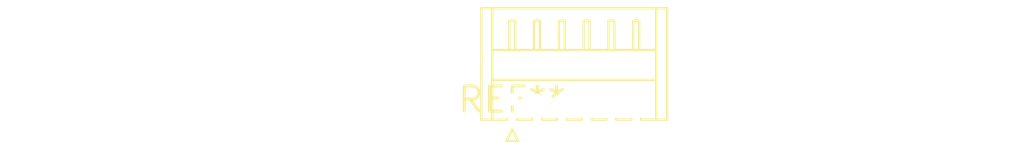
<source format=kicad_pcb>
(kicad_pcb (version 20240108) (generator pcbnew)
  (layers (0 "F.Cu" signal) (31 "B.Cu" signal) (34 "B.Paste" user) (35 "F.Paste" user) (36 "B.SilkS" user "B.Silkscreen") (37 "F.SilkS" user "F.Silkscreen") (38 "B.Mask" user) (39 "F.Mask" user) (44 "Edge.Cuts" user))
  (net 0 "")
  (footprint "Hirose_DF13-06P-1.25DS_1x06_P1.25mm_Horizontal" (layer "F.Cu") (at 0 0)
    (property "Reference" "REF**")
    (property "Value" "Hirose_DF13-06P-1.25DS_1x06_P1.25mm_Horizontal")
    (fp_line (start -1.56 -4.61) (end 7.81 -4.61) (layer "F.SilkS") (stroke (width 0.12)))
    (fp_line (start -1.56 1.01) (end -1.56 -4.61) (layer "F.SilkS") (stroke (width 0.12)))
    (fp_line (start -1.01 -4.61) (end -1.01 1.01) (layer "F.SilkS") (stroke (width 0.12)))
    (fp_line (start -1.01 -2.5) (end 7.26 -2.5) (layer "F.SilkS") (stroke (width 0.12)))
    (fp_line (start -1.01 -1) (end 7.26 -1) (layer "F.SilkS") (stroke (width 0.12)))
    (fp_line (start -0.3 2.1) (end 0.3 2.1) (layer "F.SilkS") (stroke (width 0.12)))
    (fp_line (start -0.25 0.96) (end -0.25 1.01) (layer "F.SilkS") (stroke (width 0.12)))
    (fp_line (start -0.25 1.01) (end -1.56 1.01) (layer "F.SilkS") (stroke (width 0.12)))
    (fp_line (start -0.15 -3.9625) (end 0 -4) (layer "F.SilkS") (stroke (width 0.12)))
    (fp_line (start -0.15 -2.5) (end -0.15 -3.9625) (layer "F.SilkS") (stroke (width 0.12)))
    (fp_line (start 0 -4) (end 0.15 -3.9625) (layer "F.SilkS") (stroke (width 0.12)))
    (fp_line (start 0 1.5) (end -0.3 2.1) (layer "F.SilkS") (stroke (width 0.12)))
    (fp_line (start 0.15 -3.9625) (end 0.15 -2.5) (layer "F.SilkS") (stroke (width 0.12)))
    (fp_line (start 0.25 0.96) (end 0.25 1.01) (layer "F.SilkS") (stroke (width 0.12)))
    (fp_line (start 0.25 1.01) (end 1 1.01) (layer "F.SilkS") (stroke (width 0.12)))
    (fp_line (start 0.3 2.1) (end 0 1.5) (layer "F.SilkS") (stroke (width 0.12)))
    (fp_line (start 1 1.01) (end 1 0.96) (layer "F.SilkS") (stroke (width 0.12)))
    (fp_line (start 1.1 -3.9625) (end 1.25 -4) (layer "F.SilkS") (stroke (width 0.12)))
    (fp_line (start 1.1 -2.5) (end 1.1 -3.9625) (layer "F.SilkS") (stroke (width 0.12)))
    (fp_line (start 1.25 -4) (end 1.4 -3.9625) (layer "F.SilkS") (stroke (width 0.12)))
    (fp_line (start 1.4 -3.9625) (end 1.4 -2.5) (layer "F.SilkS") (stroke (width 0.12)))
    (fp_line (start 1.5 0.96) (end 1.5 1.01) (layer "F.SilkS") (stroke (width 0.12)))
    (fp_line (start 1.5 1.01) (end 2.25 1.01) (layer "F.SilkS") (stroke (width 0.12)))
    (fp_line (start 2.25 1.01) (end 2.25 0.96) (layer "F.SilkS") (stroke (width 0.12)))
    (fp_line (start 2.35 -3.9625) (end 2.5 -4) (layer "F.SilkS") (stroke (width 0.12)))
    (fp_line (start 2.35 -2.5) (end 2.35 -3.9625) (layer "F.SilkS") (stroke (width 0.12)))
    (fp_line (start 2.5 -4) (end 2.65 -3.9625) (layer "F.SilkS") (stroke (width 0.12)))
    (fp_line (start 2.65 -3.9625) (end 2.65 -2.5) (layer "F.SilkS") (stroke (width 0.12)))
    (fp_line (start 2.75 0.96) (end 2.75 1.01) (layer "F.SilkS") (stroke (width 0.12)))
    (fp_line (start 2.75 1.01) (end 3.5 1.01) (layer "F.SilkS") (stroke (width 0.12)))
    (fp_line (start 3.5 1.01) (end 3.5 0.96) (layer "F.SilkS") (stroke (width 0.12)))
    (fp_line (start 3.6 -3.9625) (end 3.75 -4) (layer "F.SilkS") (stroke (width 0.12)))
    (fp_line (start 3.6 -2.5) (end 3.6 -3.9625) (layer "F.SilkS") (stroke (width 0.12)))
    (fp_line (start 3.75 -4) (end 3.9 -3.9625) (layer "F.SilkS") (stroke (width 0.12)))
    (fp_line (start 3.9 -3.9625) (end 3.9 -2.5) (layer "F.SilkS") (stroke (width 0.12)))
    (fp_line (start 4 0.96) (end 4 1.01) (layer "F.SilkS") (stroke (width 0.12)))
    (fp_line (start 4 1.01) (end 4.75 1.01) (layer "F.SilkS") (stroke (width 0.12)))
    (fp_line (start 4.75 1.01) (end 4.75 0.96) (layer "F.SilkS") (stroke (width 0.12)))
    (fp_line (start 4.85 -3.9625) (end 5 -4) (layer "F.SilkS") (stroke (width 0.12)))
    (fp_line (start 4.85 -2.5) (end 4.85 -3.9625) (layer "F.SilkS") (stroke (width 0.12)))
    (fp_line (start 5 -4) (end 5.15 -3.9625) (layer "F.SilkS") (stroke (width 0.12)))
    (fp_line (start 5.15 -3.9625) (end 5.15 -2.5) (layer "F.SilkS") (stroke (width 0.12)))
    (fp_line (start 5.25 0.96) (end 5.25 1.01) (layer "F.SilkS") (stroke (width 0.12)))
    (fp_line (start 5.25 1.01) (end 6 1.01) (layer "F.SilkS") (stroke (width 0.12)))
    (fp_line (start 6 1.01) (end 6 0.96) (layer "F.SilkS") (stroke (width 0.12)))
    (fp_line (start 6.1 -3.9625) (end 6.25 -4) (layer "F.SilkS") (stroke (width 0.12)))
    (fp_line (start 6.1 -2.5) (end 6.1 -3.9625) (layer "F.SilkS") (stroke (width 0.12)))
    (fp_line (start 6.25 -4) (end 6.4 -3.9625) (layer "F.SilkS") (stroke (width 0.12)))
    (fp_line (start 6.4 -3.9625) (end 6.4 -2.5) (layer "F.SilkS") (stroke (width 0.12)))
    (fp_line (start 6.5 1.01) (end 6.5 0.96) (layer "F.SilkS") (stroke (width 0.12)))
    (fp_line (start 7.26 -4.61) (end 7.26 1.01) (layer "F.SilkS") (stroke (width 0.12)))
    (fp_line (start 7.81 -4.61) (end 7.81 1.01) (layer "F.SilkS") (stroke (width 0.12)))
    (fp_line (start 7.81 1.01) (end 6.5 1.01) (layer "F.SilkS") (stroke (width 0.12)))
    (pad "1" thru_hole roundrect (at 0 0) (size 0.9 1.4) (drill 0.6) (layers *.Cu *.Mask) (remove_unused_layers))
    (pad "2" thru_hole oval (at 1.25 0) (size 0.9 1.4) (drill 0.6) (layers *.Cu *.Mask) (remove_unused_layers))
    (pad "3" thru_hole oval (at 2.5 0) (size 0.9 1.4) (drill 0.6) (layers *.Cu *.Mask) (remove_unused_layers))
    (pad "4" thru_hole oval (at 3.75 0) (size 0.9 1.4) (drill 0.6) (layers *.Cu *.Mask) (remove_unused_layers))
    (pad "5" thru_hole oval (at 5 0) (size 0.9 1.4) (drill 0.6) (layers *.Cu *.Mask) (remove_unused_layers))
    (pad "6" thru_hole oval (at 6.25 0) (size 0.9 1.4) (drill 0.6) (layers *.Cu *.Mask) (remove_unused_layers))
  )
)
</source>
